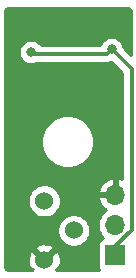
<source format=gbr>
G04 #@! TF.GenerationSoftware,KiCad,Pcbnew,(5.1.5)-3*
G04 #@! TF.CreationDate,2021-01-22T17:02:41+10:30*
G04 #@! TF.ProjectId,HallSingle,48616c6c-5369-46e6-976c-652e6b696361,rev?*
G04 #@! TF.SameCoordinates,Original*
G04 #@! TF.FileFunction,Copper,L2,Bot*
G04 #@! TF.FilePolarity,Positive*
%FSLAX46Y46*%
G04 Gerber Fmt 4.6, Leading zero omitted, Abs format (unit mm)*
G04 Created by KiCad (PCBNEW (5.1.5)-3) date 2021-01-22 17:02:41*
%MOMM*%
%LPD*%
G04 APERTURE LIST*
%ADD10C,1.524000*%
%ADD11O,1.700000X1.700000*%
%ADD12R,1.700000X1.700000*%
%ADD13C,0.800000*%
%ADD14C,0.304800*%
%ADD15C,0.254000*%
G04 APERTURE END LIST*
D10*
X142000000Y-79000000D03*
X144500000Y-76500000D03*
X142000000Y-74000000D03*
D11*
X148000000Y-73500000D03*
X148000000Y-76040000D03*
D12*
X148000000Y-78580000D03*
D13*
X140600000Y-63300000D03*
X145150000Y-60550000D03*
X147700000Y-58050000D03*
X140900000Y-61400000D03*
X147700000Y-61150000D03*
D14*
X148000000Y-73500000D02*
X148000000Y-73600000D01*
X149400000Y-62850000D02*
X147700000Y-61150000D01*
X149399999Y-76424291D02*
X149400000Y-62850000D01*
X148000000Y-78580000D02*
X148000000Y-77824290D01*
X148000000Y-77824290D02*
X149399999Y-76424291D01*
X147300001Y-61549999D02*
X141049999Y-61549999D01*
X141049999Y-61549999D02*
X140900000Y-61400000D01*
X147700000Y-61150000D02*
X147300001Y-61549999D01*
D15*
G36*
X149065424Y-57669580D02*
G01*
X149128356Y-57688580D01*
X149186405Y-57719445D01*
X149237343Y-57760989D01*
X149279248Y-57811644D01*
X149310515Y-57869471D01*
X149329956Y-57932272D01*
X149340000Y-58027835D01*
X149340000Y-61676450D01*
X148735000Y-61071450D01*
X148735000Y-61048061D01*
X148695226Y-60848102D01*
X148617205Y-60659744D01*
X148503937Y-60490226D01*
X148359774Y-60346063D01*
X148190256Y-60232795D01*
X148001898Y-60154774D01*
X147801939Y-60115000D01*
X147598061Y-60115000D01*
X147398102Y-60154774D01*
X147209744Y-60232795D01*
X147040226Y-60346063D01*
X146896063Y-60490226D01*
X146782795Y-60659744D01*
X146740191Y-60762599D01*
X141718886Y-60762599D01*
X141703937Y-60740226D01*
X141559774Y-60596063D01*
X141390256Y-60482795D01*
X141201898Y-60404774D01*
X141001939Y-60365000D01*
X140798061Y-60365000D01*
X140598102Y-60404774D01*
X140409744Y-60482795D01*
X140240226Y-60596063D01*
X140096063Y-60740226D01*
X139982795Y-60909744D01*
X139904774Y-61098102D01*
X139865000Y-61298061D01*
X139865000Y-61501939D01*
X139904774Y-61701898D01*
X139982795Y-61890256D01*
X140096063Y-62059774D01*
X140240226Y-62203937D01*
X140409744Y-62317205D01*
X140598102Y-62395226D01*
X140798061Y-62435000D01*
X141001939Y-62435000D01*
X141201898Y-62395226D01*
X141341504Y-62337399D01*
X147261338Y-62337399D01*
X147300001Y-62341207D01*
X147338664Y-62337399D01*
X147338674Y-62337399D01*
X147454358Y-62326005D01*
X147602784Y-62280981D01*
X147677496Y-62241046D01*
X148612601Y-63176152D01*
X148612600Y-72149226D01*
X148356891Y-72058519D01*
X148127000Y-72179186D01*
X148127000Y-73373000D01*
X148147000Y-73373000D01*
X148147000Y-73627000D01*
X148127000Y-73627000D01*
X148127000Y-73647000D01*
X147873000Y-73647000D01*
X147873000Y-73627000D01*
X146679845Y-73627000D01*
X146558524Y-73856890D01*
X146603175Y-74004099D01*
X146728359Y-74266920D01*
X146902412Y-74500269D01*
X147118645Y-74695178D01*
X147235534Y-74764805D01*
X147053368Y-74886525D01*
X146846525Y-75093368D01*
X146684010Y-75336589D01*
X146572068Y-75606842D01*
X146515000Y-75893740D01*
X146515000Y-76186260D01*
X146572068Y-76473158D01*
X146684010Y-76743411D01*
X146846525Y-76986632D01*
X146978380Y-77118487D01*
X146905820Y-77140498D01*
X146795506Y-77199463D01*
X146698815Y-77278815D01*
X146619463Y-77375506D01*
X146560498Y-77485820D01*
X146524188Y-77605518D01*
X146511928Y-77730000D01*
X146511928Y-79430000D01*
X146524188Y-79554482D01*
X146560498Y-79674180D01*
X146619463Y-79784494D01*
X146665015Y-79840000D01*
X143019608Y-79840000D01*
X142965567Y-79785959D01*
X143205656Y-79718980D01*
X143322756Y-79469952D01*
X143389023Y-79202865D01*
X143401910Y-78927983D01*
X143360922Y-78655867D01*
X143267636Y-78396977D01*
X143205656Y-78281020D01*
X142965565Y-78214040D01*
X142179605Y-79000000D01*
X142193748Y-79014143D01*
X142014143Y-79193748D01*
X142000000Y-79179605D01*
X141985858Y-79193748D01*
X141806253Y-79014143D01*
X141820395Y-79000000D01*
X141034435Y-78214040D01*
X140794344Y-78281020D01*
X140677244Y-78530048D01*
X140610977Y-78797135D01*
X140598090Y-79072017D01*
X140639078Y-79344133D01*
X140732364Y-79603023D01*
X140794344Y-79718980D01*
X141034433Y-79785959D01*
X140980392Y-79840000D01*
X139032279Y-79840000D01*
X138934576Y-79830420D01*
X138871643Y-79811420D01*
X138813594Y-79780554D01*
X138762657Y-79739011D01*
X138720752Y-79688356D01*
X138689485Y-79630529D01*
X138670044Y-79567728D01*
X138660000Y-79472165D01*
X138660000Y-78034435D01*
X141214040Y-78034435D01*
X142000000Y-78820395D01*
X142785960Y-78034435D01*
X142718980Y-77794344D01*
X142469952Y-77677244D01*
X142202865Y-77610977D01*
X141927983Y-77598090D01*
X141655867Y-77639078D01*
X141396977Y-77732364D01*
X141281020Y-77794344D01*
X141214040Y-78034435D01*
X138660000Y-78034435D01*
X138660000Y-76362408D01*
X143103000Y-76362408D01*
X143103000Y-76637592D01*
X143156686Y-76907490D01*
X143261995Y-77161727D01*
X143414880Y-77390535D01*
X143609465Y-77585120D01*
X143838273Y-77738005D01*
X144092510Y-77843314D01*
X144362408Y-77897000D01*
X144637592Y-77897000D01*
X144907490Y-77843314D01*
X145161727Y-77738005D01*
X145390535Y-77585120D01*
X145585120Y-77390535D01*
X145738005Y-77161727D01*
X145843314Y-76907490D01*
X145897000Y-76637592D01*
X145897000Y-76362408D01*
X145843314Y-76092510D01*
X145738005Y-75838273D01*
X145585120Y-75609465D01*
X145390535Y-75414880D01*
X145161727Y-75261995D01*
X144907490Y-75156686D01*
X144637592Y-75103000D01*
X144362408Y-75103000D01*
X144092510Y-75156686D01*
X143838273Y-75261995D01*
X143609465Y-75414880D01*
X143414880Y-75609465D01*
X143261995Y-75838273D01*
X143156686Y-76092510D01*
X143103000Y-76362408D01*
X138660000Y-76362408D01*
X138660000Y-73862408D01*
X140603000Y-73862408D01*
X140603000Y-74137592D01*
X140656686Y-74407490D01*
X140761995Y-74661727D01*
X140914880Y-74890535D01*
X141109465Y-75085120D01*
X141338273Y-75238005D01*
X141592510Y-75343314D01*
X141862408Y-75397000D01*
X142137592Y-75397000D01*
X142407490Y-75343314D01*
X142661727Y-75238005D01*
X142890535Y-75085120D01*
X143085120Y-74890535D01*
X143238005Y-74661727D01*
X143343314Y-74407490D01*
X143397000Y-74137592D01*
X143397000Y-73862408D01*
X143343314Y-73592510D01*
X143238005Y-73338273D01*
X143107601Y-73143110D01*
X146558524Y-73143110D01*
X146679845Y-73373000D01*
X147873000Y-73373000D01*
X147873000Y-72179186D01*
X147643109Y-72058519D01*
X147368748Y-72155843D01*
X147118645Y-72304822D01*
X146902412Y-72499731D01*
X146728359Y-72733080D01*
X146603175Y-72995901D01*
X146558524Y-73143110D01*
X143107601Y-73143110D01*
X143085120Y-73109465D01*
X142890535Y-72914880D01*
X142661727Y-72761995D01*
X142407490Y-72656686D01*
X142137592Y-72603000D01*
X141862408Y-72603000D01*
X141592510Y-72656686D01*
X141338273Y-72761995D01*
X141109465Y-72914880D01*
X140914880Y-73109465D01*
X140761995Y-73338273D01*
X140656686Y-73592510D01*
X140603000Y-73862408D01*
X138660000Y-73862408D01*
X138660000Y-68779872D01*
X141765000Y-68779872D01*
X141765000Y-69220128D01*
X141850890Y-69651925D01*
X142019369Y-70058669D01*
X142263962Y-70424729D01*
X142575271Y-70736038D01*
X142941331Y-70980631D01*
X143348075Y-71149110D01*
X143779872Y-71235000D01*
X144220128Y-71235000D01*
X144651925Y-71149110D01*
X145058669Y-70980631D01*
X145424729Y-70736038D01*
X145736038Y-70424729D01*
X145980631Y-70058669D01*
X146149110Y-69651925D01*
X146235000Y-69220128D01*
X146235000Y-68779872D01*
X146149110Y-68348075D01*
X145980631Y-67941331D01*
X145736038Y-67575271D01*
X145424729Y-67263962D01*
X145058669Y-67019369D01*
X144651925Y-66850890D01*
X144220128Y-66765000D01*
X143779872Y-66765000D01*
X143348075Y-66850890D01*
X142941331Y-67019369D01*
X142575271Y-67263962D01*
X142263962Y-67575271D01*
X142019369Y-67941331D01*
X141850890Y-68348075D01*
X141765000Y-68779872D01*
X138660000Y-68779872D01*
X138660000Y-58032279D01*
X138669580Y-57934576D01*
X138688580Y-57871644D01*
X138719445Y-57813595D01*
X138760989Y-57762657D01*
X138811644Y-57720752D01*
X138869471Y-57689485D01*
X138932272Y-57670044D01*
X139027835Y-57660000D01*
X148967721Y-57660000D01*
X149065424Y-57669580D01*
G37*
X149065424Y-57669580D02*
X149128356Y-57688580D01*
X149186405Y-57719445D01*
X149237343Y-57760989D01*
X149279248Y-57811644D01*
X149310515Y-57869471D01*
X149329956Y-57932272D01*
X149340000Y-58027835D01*
X149340000Y-61676450D01*
X148735000Y-61071450D01*
X148735000Y-61048061D01*
X148695226Y-60848102D01*
X148617205Y-60659744D01*
X148503937Y-60490226D01*
X148359774Y-60346063D01*
X148190256Y-60232795D01*
X148001898Y-60154774D01*
X147801939Y-60115000D01*
X147598061Y-60115000D01*
X147398102Y-60154774D01*
X147209744Y-60232795D01*
X147040226Y-60346063D01*
X146896063Y-60490226D01*
X146782795Y-60659744D01*
X146740191Y-60762599D01*
X141718886Y-60762599D01*
X141703937Y-60740226D01*
X141559774Y-60596063D01*
X141390256Y-60482795D01*
X141201898Y-60404774D01*
X141001939Y-60365000D01*
X140798061Y-60365000D01*
X140598102Y-60404774D01*
X140409744Y-60482795D01*
X140240226Y-60596063D01*
X140096063Y-60740226D01*
X139982795Y-60909744D01*
X139904774Y-61098102D01*
X139865000Y-61298061D01*
X139865000Y-61501939D01*
X139904774Y-61701898D01*
X139982795Y-61890256D01*
X140096063Y-62059774D01*
X140240226Y-62203937D01*
X140409744Y-62317205D01*
X140598102Y-62395226D01*
X140798061Y-62435000D01*
X141001939Y-62435000D01*
X141201898Y-62395226D01*
X141341504Y-62337399D01*
X147261338Y-62337399D01*
X147300001Y-62341207D01*
X147338664Y-62337399D01*
X147338674Y-62337399D01*
X147454358Y-62326005D01*
X147602784Y-62280981D01*
X147677496Y-62241046D01*
X148612601Y-63176152D01*
X148612600Y-72149226D01*
X148356891Y-72058519D01*
X148127000Y-72179186D01*
X148127000Y-73373000D01*
X148147000Y-73373000D01*
X148147000Y-73627000D01*
X148127000Y-73627000D01*
X148127000Y-73647000D01*
X147873000Y-73647000D01*
X147873000Y-73627000D01*
X146679845Y-73627000D01*
X146558524Y-73856890D01*
X146603175Y-74004099D01*
X146728359Y-74266920D01*
X146902412Y-74500269D01*
X147118645Y-74695178D01*
X147235534Y-74764805D01*
X147053368Y-74886525D01*
X146846525Y-75093368D01*
X146684010Y-75336589D01*
X146572068Y-75606842D01*
X146515000Y-75893740D01*
X146515000Y-76186260D01*
X146572068Y-76473158D01*
X146684010Y-76743411D01*
X146846525Y-76986632D01*
X146978380Y-77118487D01*
X146905820Y-77140498D01*
X146795506Y-77199463D01*
X146698815Y-77278815D01*
X146619463Y-77375506D01*
X146560498Y-77485820D01*
X146524188Y-77605518D01*
X146511928Y-77730000D01*
X146511928Y-79430000D01*
X146524188Y-79554482D01*
X146560498Y-79674180D01*
X146619463Y-79784494D01*
X146665015Y-79840000D01*
X143019608Y-79840000D01*
X142965567Y-79785959D01*
X143205656Y-79718980D01*
X143322756Y-79469952D01*
X143389023Y-79202865D01*
X143401910Y-78927983D01*
X143360922Y-78655867D01*
X143267636Y-78396977D01*
X143205656Y-78281020D01*
X142965565Y-78214040D01*
X142179605Y-79000000D01*
X142193748Y-79014143D01*
X142014143Y-79193748D01*
X142000000Y-79179605D01*
X141985858Y-79193748D01*
X141806253Y-79014143D01*
X141820395Y-79000000D01*
X141034435Y-78214040D01*
X140794344Y-78281020D01*
X140677244Y-78530048D01*
X140610977Y-78797135D01*
X140598090Y-79072017D01*
X140639078Y-79344133D01*
X140732364Y-79603023D01*
X140794344Y-79718980D01*
X141034433Y-79785959D01*
X140980392Y-79840000D01*
X139032279Y-79840000D01*
X138934576Y-79830420D01*
X138871643Y-79811420D01*
X138813594Y-79780554D01*
X138762657Y-79739011D01*
X138720752Y-79688356D01*
X138689485Y-79630529D01*
X138670044Y-79567728D01*
X138660000Y-79472165D01*
X138660000Y-78034435D01*
X141214040Y-78034435D01*
X142000000Y-78820395D01*
X142785960Y-78034435D01*
X142718980Y-77794344D01*
X142469952Y-77677244D01*
X142202865Y-77610977D01*
X141927983Y-77598090D01*
X141655867Y-77639078D01*
X141396977Y-77732364D01*
X141281020Y-77794344D01*
X141214040Y-78034435D01*
X138660000Y-78034435D01*
X138660000Y-76362408D01*
X143103000Y-76362408D01*
X143103000Y-76637592D01*
X143156686Y-76907490D01*
X143261995Y-77161727D01*
X143414880Y-77390535D01*
X143609465Y-77585120D01*
X143838273Y-77738005D01*
X144092510Y-77843314D01*
X144362408Y-77897000D01*
X144637592Y-77897000D01*
X144907490Y-77843314D01*
X145161727Y-77738005D01*
X145390535Y-77585120D01*
X145585120Y-77390535D01*
X145738005Y-77161727D01*
X145843314Y-76907490D01*
X145897000Y-76637592D01*
X145897000Y-76362408D01*
X145843314Y-76092510D01*
X145738005Y-75838273D01*
X145585120Y-75609465D01*
X145390535Y-75414880D01*
X145161727Y-75261995D01*
X144907490Y-75156686D01*
X144637592Y-75103000D01*
X144362408Y-75103000D01*
X144092510Y-75156686D01*
X143838273Y-75261995D01*
X143609465Y-75414880D01*
X143414880Y-75609465D01*
X143261995Y-75838273D01*
X143156686Y-76092510D01*
X143103000Y-76362408D01*
X138660000Y-76362408D01*
X138660000Y-73862408D01*
X140603000Y-73862408D01*
X140603000Y-74137592D01*
X140656686Y-74407490D01*
X140761995Y-74661727D01*
X140914880Y-74890535D01*
X141109465Y-75085120D01*
X141338273Y-75238005D01*
X141592510Y-75343314D01*
X141862408Y-75397000D01*
X142137592Y-75397000D01*
X142407490Y-75343314D01*
X142661727Y-75238005D01*
X142890535Y-75085120D01*
X143085120Y-74890535D01*
X143238005Y-74661727D01*
X143343314Y-74407490D01*
X143397000Y-74137592D01*
X143397000Y-73862408D01*
X143343314Y-73592510D01*
X143238005Y-73338273D01*
X143107601Y-73143110D01*
X146558524Y-73143110D01*
X146679845Y-73373000D01*
X147873000Y-73373000D01*
X147873000Y-72179186D01*
X147643109Y-72058519D01*
X147368748Y-72155843D01*
X147118645Y-72304822D01*
X146902412Y-72499731D01*
X146728359Y-72733080D01*
X146603175Y-72995901D01*
X146558524Y-73143110D01*
X143107601Y-73143110D01*
X143085120Y-73109465D01*
X142890535Y-72914880D01*
X142661727Y-72761995D01*
X142407490Y-72656686D01*
X142137592Y-72603000D01*
X141862408Y-72603000D01*
X141592510Y-72656686D01*
X141338273Y-72761995D01*
X141109465Y-72914880D01*
X140914880Y-73109465D01*
X140761995Y-73338273D01*
X140656686Y-73592510D01*
X140603000Y-73862408D01*
X138660000Y-73862408D01*
X138660000Y-68779872D01*
X141765000Y-68779872D01*
X141765000Y-69220128D01*
X141850890Y-69651925D01*
X142019369Y-70058669D01*
X142263962Y-70424729D01*
X142575271Y-70736038D01*
X142941331Y-70980631D01*
X143348075Y-71149110D01*
X143779872Y-71235000D01*
X144220128Y-71235000D01*
X144651925Y-71149110D01*
X145058669Y-70980631D01*
X145424729Y-70736038D01*
X145736038Y-70424729D01*
X145980631Y-70058669D01*
X146149110Y-69651925D01*
X146235000Y-69220128D01*
X146235000Y-68779872D01*
X146149110Y-68348075D01*
X145980631Y-67941331D01*
X145736038Y-67575271D01*
X145424729Y-67263962D01*
X145058669Y-67019369D01*
X144651925Y-66850890D01*
X144220128Y-66765000D01*
X143779872Y-66765000D01*
X143348075Y-66850890D01*
X142941331Y-67019369D01*
X142575271Y-67263962D01*
X142263962Y-67575271D01*
X142019369Y-67941331D01*
X141850890Y-68348075D01*
X141765000Y-68779872D01*
X138660000Y-68779872D01*
X138660000Y-58032279D01*
X138669580Y-57934576D01*
X138688580Y-57871644D01*
X138719445Y-57813595D01*
X138760989Y-57762657D01*
X138811644Y-57720752D01*
X138869471Y-57689485D01*
X138932272Y-57670044D01*
X139027835Y-57660000D01*
X148967721Y-57660000D01*
X149065424Y-57669580D01*
M02*

</source>
